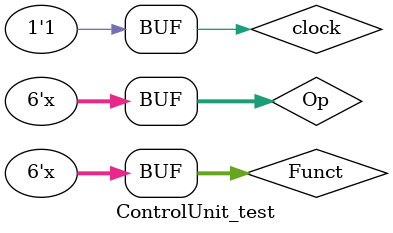
<source format=v>
`timescale 1ns / 1ps


module ControlUnit_test;

	// Inputs
	reg [5:0] Op;
	reg [5:0] Funct;
	reg clock;

	// Outputs
	wire [3:0] IRWrite;
	wire MemWrite;
	wire IorD;
	wire PCWrite;
	wire Branch;
	wire [1:0] PCSrc;
	wire [2:0] ALUControl;
	wire [1:0] ALUSrcB;
	wire ALUSrcA;
	wire RegWrite;
	wire MemtoReg;
	wire RegDst;
	wire [1:0] ALUOp;
	wire [3:0]state;
	
	// CLOCK
	parameter PERIOD = 100;

	always begin
		clock = 1'b0;
		#(PERIOD/2) clock = 1'b1;
		#(PERIOD/2);
	end  
	
	// Instantiate the Unit Under Test (UUT)
	ControlUnit uut (
		.Op(Op), 
		.Funct(Funct), 
		.clock(clock), 
		.IRWrite(IRWrite), 
		.MemWrite(MemWrite), 
		.IorD(IorD), 
		.PCWrite(PCWrite), 
		.Branch(Branch), 
		.PCSrc(PCSrc), 
		.ALUControl(ALUControl), 
		.ALUSrcB(ALUSrcB), 
		.ALUSrcA(ALUSrcA), 
		.RegWrite(RegWrite), 
		.MemtoReg(MemtoReg), 
		.RegDst(RegDst), 
		.ALUOp(ALUOp),
		.state(state)
	);

	initial begin
		//for BEQ
		// Initialize Inputs
		Op = 6'b000100;
		Funct = 6'b0;
		// Wait 100 ns for global reset to finish
		#900;
		// Initialize Inputs
		Op = 6'bX;
		Funct = 6'bX;
		// Wait 100 ns for global reset to finish
		#100;
		
		//for lb
		// Initialize Inputs
		Op = 6'b100000;
		Funct = 6'b0;
		// Wait 900 ns for global reset to finish
		#900;
		// Initialize Inputs
		Op = 6'bX;
		Funct = 6'bX;
		// Wait 100 ns for global reset to finish
		#100;
		
		//for sb
		// Initialize Inputs
		Op = 6'b101000;
		Funct = 6'b0;
		// Wait 100 ns for global reset to finish
		#900;
		// Initialize Inputs
		Op = 6'bX;
		Funct = 6'bX;
		// Wait 100 ns for global reset to finish
		#100;
		
		//for j
		// Initialize Inputs
		Op = 6'b000010;
		Funct = 6'b0;
		// Wait 100 ns for global reset to finish
		#900;
		// Initialize Inputs
		Op = 6'bX;
		Funct = 6'bX;
		// Wait 100 ns for global reset to finish
		#100;
		
		//for R-Type: add
		// Initialize Inputs
		Op = 6'b000000;
		Funct = 6'b100000;
		// Wait 100 ns for global reset to finish
		#900;
		// Initialize Inputs
		Op = 6'bX;
		Funct = 6'bX;
		// Wait 100 ns for global reset to finish
		#100;
		
		//for R-Type: sub
		// Initialize Inputs
		Op = 6'b000000;
		Funct = 6'b100010;
		// Wait 100 ns for global reset to finish
		#900;
		// Initialize Inputs
		Op = 6'bX;
		Funct = 6'bX;
		// Wait 100 ns for global reset to finish
		#100;
		
		//for R-Type: and
		// Initialize Inputs
		Op = 6'b000000;
		Funct = 6'b100100;
		// Wait 100 ns for global reset to finish
		#900;
		// Initialize Inputs
		Op = 6'bX;
		Funct = 6'bX;
		// Wait 100 ns for global reset to finish
		#100;
		
		//for R-Type: or
		// Initialize Inputs
		Op = 6'b000000;
		Funct = 6'b100101;
		// Wait 100 ns for global reset to finish
		#900;
		// Initialize Inputs
		Op = 6'bX;
		Funct = 6'bX;
		// Wait 100 ns for global reset to finish
		#100;
		
		//for R-Type: slt
		// Initialize Inputs
		Op = 6'b000000;
		Funct = 6'b101010;
		// Wait 100 ns for global reset to finish
		#900;
		// Initialize Inputs
		Op = 6'bX;
		Funct = 6'bX;
		// Wait 100 ns for global reset to finish
		#100;
		
	end
      
endmodule


</source>
